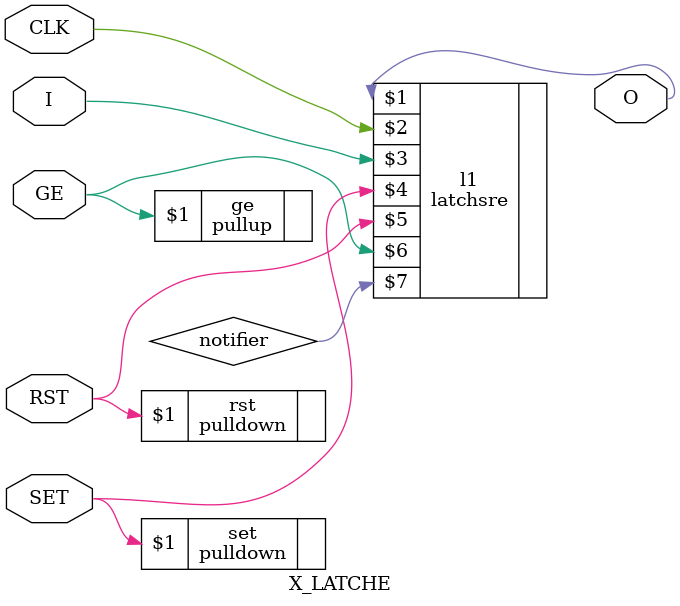
<source format=v>

`celldefine
`timescale 1 ps/1 ps

module X_LATCHE (O, CLK, GE, I, RST, SET);

  parameter INIT = 1'b0;
  parameter LOC = "UNPLACED";
  output O;
  input I, CLK, SET, RST, GE;

  wire nrst, nset, in_out;
  wire in_clk_enable, ge_clk_enable, set_clk_enable;
  reg notifier;

  pulldown rst (RST);
  pulldown set (SET);
  pullup ge (GE);
    
  not (nrst, RST);
  not (nset, SET);
  xor (in_out, I, O);

  and (in_clk_enable, nrst, nset, GE);
  and (ge_clk_enable, nrst, nset, in_out);
  and (set_clk_enable, nrst, GE);

  latchsre l1 (O, CLK, I, SET, RST, GE, notifier);

endmodule

</source>
